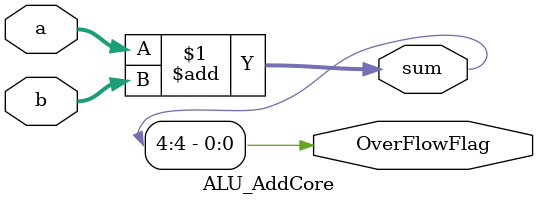
<source format=v>
`timescale 1ns / 1ps

module ALU_AddCore(a, b, sum, OverFlowFlag);
input [3:0] a, b;
output [4:0] sum;
output OverFlowFlag;

assign sum = a + b;
assign OverFlowFlag = sum[4];

endmodule
</source>
